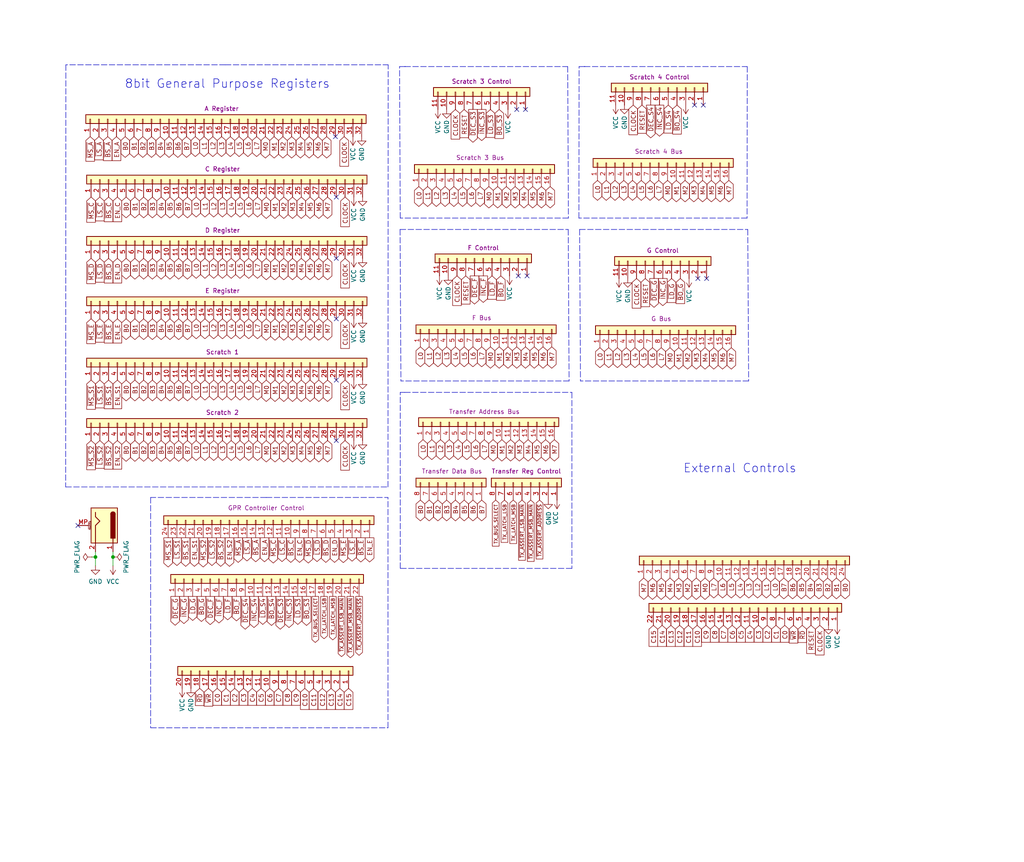
<source format=kicad_sch>
(kicad_sch (version 20211123) (generator eeschema)
  (paper "User" 297.002 250.012)
  (junction (at 32.766 161.544))
  (junction (at 27.686 161.544))
  (no_connect (at 202.3854 80.772))
  (no_connect (at 204.9254 80.772))
  (no_connect (at 149.86 31.75))
  (no_connect (at 22.606 152.4))
  (no_connect (at 152.4 31.75))
  (no_connect (at 203.962 30.48))
  (no_connect (at 201.422 30.48))
  (no_connect (at 152.8554 80.01))
  (no_connect (at 150.3154 80.01))
  (no_connect (at 97.536 92.456))
  (no_connect (at 97.536 110.236))
  (no_connect (at 97.536 74.93))
  (no_connect (at 97.282 39.624))
  (no_connect (at 97.536 57.15))
  (no_connect (at 97.536 127.762))
  (polyline (pts (xy 43.688 211.074) (xy 112.522 211.074)))
  (polyline (pts (xy 19.05 141.224) (xy 112.522 141.224)))
  (wire (pts (xy 32.766 164.084) (xy 32.766 161.544)))
  (polyline (pts (xy 168.0954 66.548) (xy 216.8634 66.548)))
  (polyline (pts (xy 116.078 164.846) (xy 116.078 113.792)))
  (polyline (pts (xy 216.662 63.246) (xy 167.894 63.246)))
  (polyline (pts (xy 117.4006 19.304) (xy 164.6446 19.304)))
  (polyline (pts (xy 169.4706 19.304) (xy 216.7146 19.304)))
  (polyline (pts (xy 77.216 144.272) (xy 112.522 144.272)))
  (polyline (pts (xy 77.216 144.272) (xy 43.688 144.272)))
  (polyline (pts (xy 217.1174 110.49) (xy 168.3494 110.49)))
  (polyline (pts (xy 19.1026 18.796) (xy 19.05 141.224)))
  (polyline (pts (xy 112.522 141.224) (xy 112.5746 18.796)))
  (polyline (pts (xy 116.078 113.792) (xy 117.348 113.792)))
  (polyline (pts (xy 164.846 63.246) (xy 116.078 63.246)))
  (wire (pts (xy 32.766 161.544) (xy 32.766 160.02)))
  (polyline (pts (xy 117.348 113.792) (xy 165.862 113.792)))
  (polyline (pts (xy 43.688 144.272) (xy 43.688 211.074)))
  (polyline (pts (xy 112.522 211.074) (xy 112.522 144.272)))
  (polyline (pts (xy 167.9466 19.304) (xy 169.7246 19.304)))
  (polyline (pts (xy 168.0954 66.548) (xy 168.3494 110.49)))
  (polyline (pts (xy 65.3306 18.796) (xy 19.1026 18.796)))
  (polyline (pts (xy 216.7146 19.304) (xy 216.662 63.246)))
  (polyline (pts (xy 165.862 113.792) (xy 165.862 164.846)))
  (polyline (pts (xy 216.8634 66.548) (xy 217.1174 110.49)))
  (polyline (pts (xy 165.862 164.846) (xy 116.078 164.846)))
  (polyline (pts (xy 65.3306 18.796) (xy 112.5746 18.796)))
  (polyline (pts (xy 164.7934 66.548) (xy 165.0474 110.49)))
  (wire (pts (xy 26.67 161.544) (xy 27.686 161.544)))
  (wire (pts (xy 27.686 160.02) (xy 27.686 161.544)))
  (polyline (pts (xy 164.6446 19.304) (xy 164.846 63.246)))
  (polyline (pts (xy 115.8766 19.304) (xy 117.6546 19.304)))
  (polyline (pts (xy 165.0474 110.49) (xy 116.2794 110.49)))
  (polyline (pts (xy 167.894 63.246) (xy 167.9466 19.304)))
  (polyline (pts (xy 116.0254 66.548) (xy 164.7934 66.548)))
  (wire (pts (xy 27.686 161.544) (xy 27.686 164.084)))
  (polyline (pts (xy 116.078 63.246) (xy 115.8766 19.304)))
  (polyline (pts (xy 116.0254 66.548) (xy 116.2794 110.49)))
  (text "External Controls" (at 198.12 137.414 0) (effects (font (size 2.5 2.5)) (justify left bottom)))
  (text "8bit General Purpose Registers" (at 36.1206 25.908 0) (effects (font (size 2.5 2.5)) (justify left bottom)))
  (global_label "C10" (shape input) (at 88.392 199.644 270) (property "Intersheet References" "${INTERSHEET_REFS}" (effects hide)))
  (global_label "M1" (shape tri_state) (at 201.93 167.64 270) (property "Intersheet References" "${INTERSHEET_REFS}" (effects hide)))
  (global_label "M3" (shape tri_state) (at 150.622 127.508 270) (property "Intersheet References" "${INTERSHEET_REFS}" (effects hide)))
  (global_label "L2" (shape tri_state) (at 61.976 110.236 270) (property "Intersheet References" "${INTERSHEET_REFS}" (effects hide)))
  (global_label "C2" (shape input) (at 222.504 181.356 270) (property "Intersheet References" "${INTERSHEET_REFS}" (effects hide)))
  (global_label "~{MS_D}" (shape input) (at 26.416 74.93 270) (property "Intersheet References" "${INTERSHEET_REFS}" (effects hide)))
  (global_label "M0" (shape tri_state) (at 194.31 100.838 270) (property "Intersheet References" "${INTERSHEET_REFS}" (effects hide)))
  (global_label "L5" (shape tri_state) (at 212.09 167.64 270) (property "Intersheet References" "${INTERSHEET_REFS}" (effects hide)))
  (global_label "M6" (shape tri_state) (at 158.242 127.508 270) (property "Intersheet References" "${INTERSHEET_REFS}" (effects hide)))
  (global_label "L5" (shape tri_state) (at 69.596 74.93 270) (property "Intersheet References" "${INTERSHEET_REFS}" (effects hide)))
  (global_label "M3" (shape tri_state) (at 84.836 110.236 270) (property "Intersheet References" "${INTERSHEET_REFS}" (effects hide)))
  (global_label "L0" (shape tri_state) (at 56.642 39.624 270) (property "Intersheet References" "${INTERSHEET_REFS}" (effects hide)))
  (global_label "L1" (shape tri_state) (at 59.436 127.762 270) (property "Intersheet References" "${INTERSHEET_REFS}" (effects hide)))
  (global_label "~{MS_A}" (shape input) (at 26.162 39.624 270) (property "Intersheet References" "${INTERSHEET_REFS}" (effects hide)))
  (global_label "B7" (shape tri_state) (at 54.356 110.236 270) (property "Intersheet References" "${INTERSHEET_REFS}" (effects hide)))
  (global_label "~{BS_D}" (shape input) (at 31.496 74.93 270) (property "Intersheet References" "${INTERSHEET_REFS}" (effects hide)))
  (global_label "C9" (shape input) (at 85.852 199.644 270) (property "Intersheet References" "${INTERSHEET_REFS}" (effects hide)))
  (global_label "EN_S1" (shape input) (at 34.036 110.236 270) (property "Intersheet References" "${INTERSHEET_REFS}" (effects hide)))
  (global_label "CLOCK" (shape input) (at 100.076 92.456 270) (property "Intersheet References" "${INTERSHEET_REFS}" (effects hide)))
  (global_label "M6" (shape tri_state) (at 92.202 39.624 270) (property "Intersheet References" "${INTERSHEET_REFS}" (effects hide)))
  (global_label "~{INC_F}" (shape output) (at 63.5 172.974 270) (property "Intersheet References" "${INTERSHEET_REFS}" (effects hide)))
  (global_label "L2" (shape tri_state) (at 219.71 167.64 270) (property "Intersheet References" "${INTERSHEET_REFS}" (effects hide)))
  (global_label "M0" (shape tri_state) (at 143.002 127.508 270) (property "Intersheet References" "${INTERSHEET_REFS}" (effects hide)))
  (global_label "L3" (shape tri_state) (at 129.54 100.584 270) (property "Intersheet References" "${INTERSHEET_REFS}" (effects hide)))
  (global_label "C1" (shape input) (at 225.044 181.356 270) (property "Intersheet References" "${INTERSHEET_REFS}" (effects hide)))
  (global_label "L7" (shape tri_state) (at 74.676 74.93 270) (property "Intersheet References" "${INTERSHEET_REFS}" (effects hide)))
  (global_label "B2" (shape tri_state) (at 41.656 74.93 270) (property "Intersheet References" "${INTERSHEET_REFS}" (effects hide)))
  (global_label "M1" (shape tri_state) (at 79.756 110.236 270) (property "Intersheet References" "${INTERSHEET_REFS}" (effects hide)))
  (global_label "~{LS_A}" (shape output) (at 71.628 155.956 270) (property "Intersheet References" "${INTERSHEET_REFS}" (effects hide)))
  (global_label "RESET" (shape input) (at 187.1454 80.772 270) (property "Intersheet References" "${INTERSHEET_REFS}" (effects hide)))
  (global_label "B2" (shape tri_state) (at 41.656 127.762 270) (property "Intersheet References" "${INTERSHEET_REFS}" (effects hide)))
  (global_label "~{DEC_F}" (shape output) (at 137.6154 80.01 270) (property "Intersheet References" "${INTERSHEET_REFS}" (effects hide)))
  (global_label "B1" (shape tri_state) (at 39.116 57.15 270) (property "Intersheet References" "${INTERSHEET_REFS}" (effects hide)))
  (global_label "B5" (shape tri_state) (at 49.276 92.456 270) (property "Intersheet References" "${INTERSHEET_REFS}" (effects hide)))
  (global_label "L7" (shape tri_state) (at 74.422 39.624 270) (property "Intersheet References" "${INTERSHEET_REFS}" (effects hide)))
  (global_label "M5" (shape tri_state) (at 89.916 127.762 270) (property "Intersheet References" "${INTERSHEET_REFS}" (effects hide)))
  (global_label "M3" (shape tri_state) (at 84.836 92.456 270) (property "Intersheet References" "${INTERSHEET_REFS}" (effects hide)))
  (global_label "M6" (shape tri_state) (at 208.8406 52.324 270) (property "Intersheet References" "${INTERSHEET_REFS}" (effects hide)))
  (global_label "EN_C" (shape input) (at 34.036 57.15 270) (property "Intersheet References" "${INTERSHEET_REFS}" (effects hide)))
  (global_label "L7" (shape tri_state) (at 74.676 127.762 270) (property "Intersheet References" "${INTERSHEET_REFS}" (effects hide)))
  (global_label "M4" (shape tri_state) (at 87.122 39.624 270) (property "Intersheet References" "${INTERSHEET_REFS}" (effects hide)))
  (global_label "~{LD_G}" (shape input) (at 194.7654 80.772 270) (property "Intersheet References" "${INTERSHEET_REFS}" (effects hide)))
  (global_label "~{MS_C}" (shape input) (at 26.416 57.15 270) (property "Intersheet References" "${INTERSHEET_REFS}" (effects hide)))
  (global_label "M6" (shape tri_state) (at 189.23 167.64 270) (property "Intersheet References" "${INTERSHEET_REFS}" (effects hide)))
  (global_label "~{DEC_G}" (shape output) (at 50.8 172.974 270) (property "Intersheet References" "${INTERSHEET_REFS}" (effects hide)))
  (global_label "~{MS_S1}" (shape output) (at 48.768 155.956 270) (property "Intersheet References" "${INTERSHEET_REFS}" (effects hide)))
  (global_label "L6" (shape tri_state) (at 137.16 100.584 270) (property "Intersheet References" "${INTERSHEET_REFS}" (effects hide)))
  (global_label "B0" (shape tri_state) (at 121.92 145.034 270) (property "Intersheet References" "${INTERSHEET_REFS}" (effects hide)))
  (global_label "~{LS_S2}" (shape output) (at 61.468 155.956 270) (property "Intersheet References" "${INTERSHEET_REFS}" (effects hide)))
  (global_label "TX_BUS_SELECT" (shape output) (at 91.44 172.974 270) (effects (font (size 0.9906 0.9906))) (property "Intersheet References" "${INTERSHEET_REFS}" (effects hide)))
  (global_label "L0" (shape tri_state) (at 56.896 127.762 270) (property "Intersheet References" "${INTERSHEET_REFS}" (effects hide)))
  (global_label "EN_D" (shape output) (at 97.028 155.956 270) (property "Intersheet References" "${INTERSHEET_REFS}" (effects hide)))
  (global_label "RESET" (shape input) (at 134.62 31.75 270) (property "Intersheet References" "${INTERSHEET_REFS}" (effects hide)))
  (global_label "~{INC_G}" (shape output) (at 53.34 172.974 270) (property "Intersheet References" "${INTERSHEET_REFS}" (effects hide)))
  (global_label "~{TX_ASSERT_ADDRESS}" (shape input) (at 156.464 145.034 270) (effects (font (size 0.9906 0.9906))) (property "Intersheet References" "${INTERSHEET_REFS}" (effects hide)))
  (global_label "L5" (shape tri_state) (at 69.342 39.624 270) (property "Intersheet References" "${INTERSHEET_REFS}" (effects hide)))
  (global_label "B3" (shape tri_state) (at 44.196 74.93 270) (property "Intersheet References" "${INTERSHEET_REFS}" (effects hide)))
  (global_label "M7" (shape tri_state) (at 186.69 167.64 270) (property "Intersheet References" "${INTERSHEET_REFS}" (effects hide)))
  (global_label "M3" (shape tri_state) (at 201.93 100.838 270) (property "Intersheet References" "${INTERSHEET_REFS}" (effects hide)))
  (global_label "~{WR}" (shape input) (at 60.452 199.644 270) (property "Intersheet References" "${INTERSHEET_REFS}" (effects hide)))
  (global_label "M0" (shape tri_state) (at 77.216 57.15 270) (property "Intersheet References" "${INTERSHEET_REFS}" (effects hide)))
  (global_label "~{TX_ASSERT_MSB_MAIN}" (shape input) (at 153.924 145.034 270) (effects (font (size 0.9906 0.9906))) (property "Intersheet References" "${INTERSHEET_REFS}" (effects hide)))
  (global_label "C6" (shape input) (at 212.344 181.356 270) (property "Intersheet References" "${INTERSHEET_REFS}" (effects hide)))
  (global_label "EN_C" (shape output) (at 86.868 155.956 270) (property "Intersheet References" "${INTERSHEET_REFS}" (effects hide)))
  (global_label "~{LD_S4}" (shape input) (at 193.802 30.48 270) (property "Intersheet References" "${INTERSHEET_REFS}" (effects hide)))
  (global_label "~{BS_S1}" (shape input) (at 31.496 110.236 270) (property "Intersheet References" "${INTERSHEET_REFS}" (effects hide)))
  (global_label "M2" (shape tri_state) (at 82.296 74.93 270) (property "Intersheet References" "${INTERSHEET_REFS}" (effects hide)))
  (global_label "~{MS_C}" (shape output) (at 79.248 155.956 270) (property "Intersheet References" "${INTERSHEET_REFS}" (effects hide)))
  (global_label "CLOCK" (shape input) (at 100.076 127.762 270) (property "Intersheet References" "${INTERSHEET_REFS}" (effects hide)))
  (global_label "B0" (shape tri_state) (at 36.576 110.236 270) (property "Intersheet References" "${INTERSHEET_REFS}" (effects hide)))
  (global_label "~{MS_S2}" (shape output) (at 58.928 155.956 270) (property "Intersheet References" "${INTERSHEET_REFS}" (effects hide)))
  (global_label "L0" (shape tri_state) (at 56.896 92.456 270) (property "Intersheet References" "${INTERSHEET_REFS}" (effects hide)))
  (global_label "M7" (shape tri_state) (at 160.02 100.584 270) (property "Intersheet References" "${INTERSHEET_REFS}" (effects hide)))
  (global_label "B1" (shape tri_state) (at 39.116 127.762 270) (property "Intersheet References" "${INTERSHEET_REFS}" (effects hide)))
  (global_label "L4" (shape tri_state) (at 132.842 127.508 270) (property "Intersheet References" "${INTERSHEET_REFS}" (effects hide)))
  (global_label "L5" (shape tri_state) (at 69.596 57.15 270) (property "Intersheet References" "${INTERSHEET_REFS}" (effects hide)))
  (global_label "~{INC_S4}" (shape output) (at 191.262 30.48 270) (property "Intersheet References" "${INTERSHEET_REFS}" (effects hide)))
  (global_label "L4" (shape tri_state) (at 66.802 39.624 270) (property "Intersheet References" "${INTERSHEET_REFS}" (effects hide)))
  (global_label "L1" (shape tri_state) (at 59.436 57.15 270) (property "Intersheet References" "${INTERSHEET_REFS}" (effects hide)))
  (global_label "EN_D" (shape input) (at 34.036 74.93 270) (property "Intersheet References" "${INTERSHEET_REFS}" (effects hide)))
  (global_label "B0" (shape tri_state) (at 36.322 39.624 270) (property "Intersheet References" "${INTERSHEET_REFS}" (effects hide)))
  (global_label "B0" (shape tri_state) (at 36.576 57.15 270) (property "Intersheet References" "${INTERSHEET_REFS}" (effects hide)))
  (global_label "M5" (shape tri_state) (at 206.3006 52.324 270) (property "Intersheet References" "${INTERSHEET_REFS}" (effects hide)))
  (global_label "M1" (shape tri_state) (at 145.542 127.508 270) (property "Intersheet References" "${INTERSHEET_REFS}" (effects hide)))
  (global_label "B7" (shape tri_state) (at 227.33 167.64 270) (property "Intersheet References" "${INTERSHEET_REFS}" (effects hide)))
  (global_label "RESET" (shape input) (at 186.182 30.48 270) (property "Intersheet References" "${INTERSHEET_REFS}" (effects hide)))
  (global_label "L6" (shape tri_state) (at 72.136 110.236 270) (property "Intersheet References" "${INTERSHEET_REFS}" (effects hide)))
  (global_label "L3" (shape tri_state) (at 129.0846 54.102 270) (property "Intersheet References" "${INTERSHEET_REFS}" (effects hide)))
  (global_label "~{BO_S4}" (shape output) (at 78.74 172.974 270) (property "Intersheet References" "${INTERSHEET_REFS}" (effects hide)))
  (global_label "~{TX_ASSERT_LSB_MAIN}" (shape output) (at 99.06 172.974 270) (effects (font (size 0.9906 0.9906))) (property "Intersheet References" "${INTERSHEET_REFS}" (effects hide)))
  (global_label "M5" (shape tri_state) (at 154.4846 54.102 270) (property "Intersheet References" "${INTERSHEET_REFS}" (effects hide)))
  (global_label "M4" (shape tri_state) (at 87.376 57.15 270) (property "Intersheet References" "${INTERSHEET_REFS}" (effects hide)))
  (global_label "M4" (shape tri_state) (at 87.376 74.93 270) (property "Intersheet References" "${INTERSHEET_REFS}" (effects hide)))
  (global_label "C14" (shape input) (at 192.024 181.356 270) (property "Intersheet References" "${INTERSHEET_REFS}" (effects hide)))
  (global_label "B6" (shape tri_state) (at 51.816 74.93 270) (property "Intersheet References" "${INTERSHEET_REFS}" (effects hide)))
  (global_label "L0" (shape tri_state) (at 56.896 74.93 270) (property "Intersheet References" "${INTERSHEET_REFS}" (effects hide)))
  (global_label "L2" (shape tri_state) (at 61.722 39.624 270) (property "Intersheet References" "${INTERSHEET_REFS}" (effects hide)))
  (global_label "L6" (shape tri_state) (at 137.922 127.508 270) (property "Intersheet References" "${INTERSHEET_REFS}" (effects hide)))
  (global_label "B7" (shape tri_state) (at 54.102 39.624 270) (property "Intersheet References" "${INTERSHEET_REFS}" (effects hide)))
  (global_label "M6" (shape tri_state) (at 92.456 74.93 270) (property "Intersheet References" "${INTERSHEET_REFS}" (effects hide)))
  (global_label "TX_LATCH_LSB" (shape output) (at 93.98 172.974 270) (effects (font (size 0.9906 0.9906))) (property "Intersheet References" "${INTERSHEET_REFS}" (effects hide)))
  (global_label "C14" (shape input) (at 98.552 199.644 270) (property "Intersheet References" "${INTERSHEET_REFS}" (effects hide)))
  (global_label "C6" (shape input) (at 78.232 199.644 270) (property "Intersheet References" "${INTERSHEET_REFS}" (effects hide)))
  (global_label "B3" (shape tri_state) (at 44.196 110.236 270) (property "Intersheet References" "${INTERSHEET_REFS}" (effects hide)))
  (global_label "L2" (shape tri_state) (at 179.07 100.838 270) (property "Intersheet References" "${INTERSHEET_REFS}" (effects hide)))
  (global_label "M4" (shape tri_state) (at 194.31 167.64 270) (property "Intersheet References" "${INTERSHEET_REFS}" (effects hide)))
  (global_label "~{MS_S1}" (shape input) (at 26.416 110.236 270) (property "Intersheet References" "${INTERSHEET_REFS}" (effects hide)))
  (global_label "EN_E" (shape output) (at 107.188 155.956 270) (property "Intersheet References" "${INTERSHEET_REFS}" (effects hide)))
  (global_label "~{LS_E}" (shape input) (at 28.956 92.456 270) (property "Intersheet References" "${INTERSHEET_REFS}" (effects hide)))
  (global_label "~{BS_A}" (shape input) (at 31.242 39.624 270) (property "Intersheet References" "${INTERSHEET_REFS}" (effects hide)))
  (global_label "L4" (shape tri_state) (at 183.4406 52.324 270) (property "Intersheet References" "${INTERSHEET_REFS}" (effects hide)))
  (global_label "CLOCK" (shape input) (at 132.5354 80.01 270) (property "Intersheet References" "${INTERSHEET_REFS}" (effects hide)))
  (global_label "M4" (shape tri_state) (at 152.4 100.584 270) (property "Intersheet References" "${INTERSHEET_REFS}" (effects hide)))
  (global_label "C5" (shape input) (at 214.884 181.356 270) (property "Intersheet References" "${INTERSHEET_REFS}" (effects hide)))
  (global_label "L3" (shape tri_state) (at 217.17 167.64 270) (property "Intersheet References" "${INTERSHEET_REFS}" (effects hide)))
  (global_label "B4" (shape tri_state) (at 46.736 110.236 270) (property "Intersheet References" "${INTERSHEET_REFS}" (effects hide)))
  (global_label "B2" (shape tri_state) (at 41.402 39.624 270) (property "Intersheet References" "${INTERSHEET_REFS}" (effects hide)))
  (global_label "C8" (shape input) (at 207.264 181.356 270) (property "Intersheet References" "${INTERSHEET_REFS}" (effects hide)))
  (global_label "B1" (shape tri_state) (at 39.116 92.456 270) (property "Intersheet References" "${INTERSHEET_REFS}" (effects hide)))
  (global_label "B4" (shape tri_state) (at 46.736 74.93 270) (property "Intersheet References" "${INTERSHEET_REFS}" (effects hide)))
  (global_label "L1" (shape tri_state) (at 59.182 39.624 270) (property "Intersheet References" "${INTERSHEET_REFS}" (effects hide)))
  (global_label "L0" (shape tri_state) (at 173.2806 52.324 270) (property "Intersheet References" "${INTERSHEET_REFS}" (effects hide)))
  (global_label "L2" (shape tri_state) (at 126.5446 54.102 270) (property "Intersheet References" "${INTERSHEET_REFS}" (effects hide)))
  (global_label "B4" (shape tri_state) (at 46.482 39.624 270) (property "Intersheet References" "${INTERSHEET_REFS}" (effects hide)))
  (global_label "B6" (shape tri_state) (at 51.816 57.15 270) (property "Intersheet References" "${INTERSHEET_REFS}" (effects hide)))
  (global_label "~{BS_S1}" (shape output) (at 53.848 155.956 270) (property "Intersheet References" "${INTERSHEET_REFS}" (effects hide)))
  (global_label "B0" (shape tri_state) (at 36.576 92.456 270) (property "Intersheet References" "${INTERSHEET_REFS}" (effects hide)))
  (global_label "C9" (shape input) (at 204.724 181.356 270) (property "Intersheet References" "${INTERSHEET_REFS}" (effects hide)))
  (global_label "B7" (shape tri_state) (at 54.356 92.456 270) (property "Intersheet References" "${INTERSHEET_REFS}" (effects hide)))
  (global_label "L0" (shape tri_state) (at 56.896 57.15 270) (property "Intersheet References" "${INTERSHEET_REFS}" (effects hide)))
  (global_label "L2" (shape tri_state) (at 178.3606 52.324 270) (property "Intersheet References" "${INTERSHEET_REFS}" (effects hide)))
  (global_label "M0" (shape tri_state) (at 76.962 39.624 270) (property "Intersheet References" "${INTERSHEET_REFS}" (effects hide)))
  (global_label "M2" (shape tri_state) (at 82.042 39.624 270) (property "Intersheet References" "${INTERSHEET_REFS}" (effects hide)))
  (global_label "B7" (shape tri_state) (at 54.356 74.93 270) (property "Intersheet References" "${INTERSHEET_REFS}" (effects hide)))
  (global_label "~{MS_A}" (shape output) (at 69.088 155.956 270) (property "Intersheet References" "${INTERSHEET_REFS}" (effects hide)))
  (global_label "C13" (shape input) (at 194.564 181.356 270) (property "Intersheet References" "${INTERSHEET_REFS}" (effects hide)))
  (global_label "L0" (shape tri_state) (at 122.682 127.508 270) (property "Intersheet References" "${INTERSHEET_REFS}" (effects hide)))
  (global_label "M1" (shape tri_state) (at 144.78 100.584 270) (property "Intersheet References" "${INTERSHEET_REFS}" (effects hide)))
  (global_label "B2" (shape tri_state) (at 41.656 57.15 270) (property "Intersheet References" "${INTERSHEET_REFS}" (effects hide)))
  (global_label "~{LS_S2}" (shape input) (at 28.956 127.762 270) (property "Intersheet References" "${INTERSHEET_REFS}" (effects hide)))
  (global_label "M4" (shape tri_state) (at 87.376 110.236 270) (property "Intersheet References" "${INTERSHEET_REFS}" (effects hide)))
  (global_label "B7" (shape tri_state) (at 54.356 127.762 270) (property "Intersheet References" "${INTERSHEET_REFS}" (effects hide)))
  (global_label "L7" (shape tri_state) (at 74.676 57.15 270) (property "Intersheet References" "${INTERSHEET_REFS}" (effects hide)))
  (global_label "C1" (shape input) (at 65.532 199.644 270) (property "Intersheet References" "${INTERSHEET_REFS}" (effects hide)))
  (global_label "L1" (shape tri_state) (at 125.222 127.508 270) (property "Intersheet References" "${INTERSHEET_REFS}" (effects hide)))
  (global_label "~{LD_F}" (shape output) (at 66.04 172.974 270) (property "Intersheet References" "${INTERSHEET_REFS}" (effects hide)))
  (global_label "EN_E" (shape input) (at 34.036 92.456 270) (property "Intersheet References" "${INTERSHEET_REFS}" (effects hide)))
  (global_label "TX_LATCH_MSB" (shape output) (at 96.52 172.974 270) (effects (font (size 0.9906 0.9906))) (property "Intersheet References" "${INTERSHEET_REFS}" (effects hide)))
  (global_label "~{LD_S3}" (shape output) (at 86.36 172.974 270) (property "Intersheet References" "${INTERSHEET_REFS}" (effects hide)))
  (global_label "~{BO_G}" (shape output) (at 58.42 172.974 270) (property "Intersheet References" "${INTERSHEET_REFS}" (effects hide)))
  (global_label "~{BO_F}" (shape output) (at 68.58 172.974 270) (property "Intersheet References" "${INTERSHEET_REFS}" (effects hide)))
  (global_label "~{MS_E}" (shape input) (at 26.416 92.456 270) (property "Intersheet References" "${INTERSHEET_REFS}" (effects hide)))
  (global_label "C2" (shape input) (at 68.072 199.644 270) (property "Intersheet References" "${INTERSHEET_REFS}" (effects hide)))
  (global_label "~{LS_A}" (shape input) (at 28.702 39.624 270) (property "Intersheet References" "${INTERSHEET_REFS}" (effects hide)))
  (global_label "CLOCK" (shape input) (at 100.076 110.236 270) (property "Intersheet References" "${INTERSHEET_REFS}" (effects hide)))
  (global_label "C3" (shape input) (at 70.612 199.644 270) (property "Intersheet References" "${INTERSHEET_REFS}" (effects hide)))
  (global_label "C15" (shape input) (at 189.484 181.356 270) (property "Intersheet References" "${INTERSHEET_REFS}" (effects hide)))
  (global_label "~{LS_S1}" (shape output) (at 51.308 155.956 270) (property "Intersheet References" "${INTERSHEET_REFS}" (effects hide)))
  (global_label "M7" (shape tri_state) (at 212.09 100.838 270) (property "Intersheet References" "${INTERSHEET_REFS}" (effects hide)))
  (global_label "M7" (shape tri_state) (at 94.996 110.236 270) (property "Intersheet References" "${INTERSHEET_REFS}" (effects hide)))
  (global_label "B6" (shape tri_state) (at 51.562 39.624 270) (property "Intersheet References" "${INTERSHEET_REFS}" (effects hide)))
  (global_label "C4" (shape input) (at 73.152 199.644 270) (property "Intersheet References" "${INTERSHEET_REFS}" (effects hide)))
  (global_label "~{DEC_F}" (shape output) (at 60.96 172.974 270) (property "Intersheet References" "${INTERSHEET_REFS}" (effects hide)))
  (global_label "M7" (shape tri_state) (at 94.996 57.15 270) (property "Intersheet References" "${INTERSHEET_REFS}" (effects hide)))
  (global_label "CLOCK" (shape input) (at 100.076 57.15 270) (property "Intersheet References" "${INTERSHEET_REFS}" (effects hide)))
  (global_label "M4" (shape tri_state) (at 87.376 127.762 270) (property "Intersheet References" "${INTERSHEET_REFS}" (effects hide)))
  (global_label "~{LD_G}" (shape output) (at 55.88 172.974 270) (property "Intersheet References" "${INTERSHEET_REFS}" (effects hide)))
  (global_label "~{INC_S3}" (shape output) (at 83.82 172.974 270) (property "Intersheet References" "${INTERSHEET_REFS}" (effects hide)))
  (global_label "L5" (shape tri_state) (at 69.596 92.456 270) (property "Intersheet References" "${INTERSHEET_REFS}" (effects hide)))
  (global_label "L1" (shape tri_state) (at 59.436 74.93 270) (property "Intersheet References" "${INTERSHEET_REFS}" (effects hide)))
  (global_label "B6" (shape tri_state) (at 51.816 110.236 270) (property "Intersheet References" "${INTERSHEET_REFS}" (effects hide)))
  (global_label "C7" (shape input) (at 209.804 181.356 270) (property "Intersheet References" "${INTERSHEET_REFS}" (effects hide)))
  (global_label "L4" (shape tri_state) (at 67.056 127.762 270) (property "Intersheet References" "${INTERSHEET_REFS}" (effects hide)))
  (global_label "L3" (shape tri_state) (at 64.262 39.624 270) (property "Intersheet References" "${INTERSHEET_REFS}" (effects hide)))
  (global_label "B3" (shape tri_state) (at 129.54 145.034 270) (property "Intersheet References" "${INTERSHEET_REFS}" (effects hide)))
  (global_label "M7" (shape tri_state) (at 211.3806 52.324 270) (property "Intersheet References" "${INTERSHEET_REFS}" (effects hide)))
  (global_label "L2" (shape tri_state) (at 61.976 92.456 270) (property "Intersheet References" "${INTERSHEET_REFS}" (effects hide)))
  (global_label "~{LS_E}" (shape output) (at 102.108 155.956 270) (property "Intersheet References" "${INTERSHEET_REFS}" (effects hide)))
  (global_label "M2" (shape tri_state) (at 82.296 110.236 270) (property "Intersheet References" "${INTERSHEET_REFS}" (effects hide)))
  (global_label "B3" (shape tri_state) (at 44.196 92.456 270) (property "Intersheet References" "${INTERSHEET_REFS}" (effects hide)))
  (global_label "L4" (shape tri_state) (at 131.6246 54.102 270) (property "Intersheet References" "${INTERSHEET_REFS}" (effects hide)))
  (global_label "RESET" (shape input) (at 235.204 181.356 270) (property "Intersheet References" "${INTERSHEET_REFS}" (effects hide)))
  (global_label "M3" (shape tri_state) (at 84.836 74.93 270) (property "Intersheet References" "${INTERSHEET_REFS}" (effects hide)))
  (global_label "L1" (shape tri_state) (at 222.25 167.64 270) (property "Intersheet References" "${INTERSHEET_REFS}" (effects hide)))
  (global_label "B3" (shape tri_state) (at 237.49 167.64 270) (property "Intersheet References" "${INTERSHEET_REFS}" (effects hide)))
  (global_label "M3" (shape tri_state) (at 201.2206 52.324 270) (property "Intersheet References" "${INTERSHEET_REFS}" (effects hide)))
  (global_label "M2" (shape tri_state) (at 198.6806 52.324 270) (property "Intersheet References" "${INTERSHEET_REFS}" (effects hide)))
  (global_label "~{DEC_S3}" (shape output) (at 137.16 31.75 270) (property "Intersheet References" "${INTERSHEET_REFS}" (effects hide)))
  (global_label "M0" (shape tri_state) (at 142.24 100.584 270) (property "Intersheet References" "${INTERSHEET_REFS}" (effects hide)))
  (global_label "B2" (shape tri_state) (at 127 145.034 270) (property "Intersheet References" "${INTERSHEET_REFS}" (effects hide)))
  (global_label "L3" (shape tri_state) (at 64.516 74.93 270) (property "Intersheet References" "${INTERSHEET_REFS}" (effects hide)))
  (global_label "C12" (shape input) (at 197.104 181.356 270) (property "Intersheet References" "${INTERSHEET_REFS}" (effects hide)))
  (global_label "M6" (shape tri_state) (at 157.0246 54.102 270) (property "Intersheet References" "${INTERSHEET_REFS}" (effects hide)))
  (global_label "M5" (shape tri_state) (at 191.77 167.64 270) (property "Intersheet References" "${INTERSHEET_REFS}" (effects hide)))
  (global_label "B4" (shape tri_state) (at 46.736 127.762 270) (property "Intersheet References" "${INTERSHEET_REFS}" (effects hide)))
  (global_label "B5" (shape tri_state) (at 49.022 39.624 270) (property "Intersheet References" "${INTERSHEET_REFS}" (effects hide)))
  (global_label "C10" (shape input) (at 202.184 181.356 270) (property "Intersheet References" "${INTERSHEET_REFS}" (effects hide)))
  (global_label "B2" (shape tri_state) (at 41.656 110.236 270) (property "Intersheet References" "${INTERSHEET_REFS}" (effects hide)))
  (global_label "L4" (shape tri_state) (at 184.15 100.838 270) (property "Intersheet References" "${INTERSHEET_REFS}" (effects hide)))
  (global_label "B2" (shape tri_state) (at 41.656 92.456 270) (property "Intersheet References" "${INTERSHEET_REFS}" (effects hide)))
  (global_label "C0" (shape input) (at 227.584 181.356 270) (property "Intersheet References" "${INTERSHEET_REFS}" (effects hide)))
  (global_label "EN_S2" (shape output) (at 66.548 155.956 270) (property "Intersheet References" "${INTERSHEET_REFS}" (effects hide)))
  (global_label "M1" (shape tri_state) (at 196.85 100.838 270) (property "Intersheet References" "${INTERSHEET_REFS}" (effects hide)))
  (global_label "M2" (shape tri_state) (at 199.39 100.838 270) (property "Intersheet References" "${INTERSHEET_REFS}" (effects hide)))
  (global_label "~{INC_S4}" (shape output) (at 73.66 172.974 270) (property "Intersheet References" "${INTERSHEET_REFS}" (effects hide)))
  (global_label "M3" (shape tri_state) (at 149.4046 54.102 270) (property "Intersheet References" "${INTERSHEET_REFS}" (effects hide)))
  (global_label "M2" (shape tri_state) (at 82.296 92.456 270) (property "Intersheet References" "${INTERSHEET_REFS}" (effects hide)))
  (global_label "B3" (shape tri_state) (at 44.196 127.762 270) (property "Intersheet References" "${INTERSHEET_REFS}" (effects hide)))
  (global_label "CLOCK" (shape input) (at 132.08 31.75 270) (property "Intersheet References" "${INTERSHEET_REFS}" (effects hide)))
  (global_label "L4" (shape tri_state) (at 67.056 57.15 270) (property "Intersheet References" "${INTERSHEET_REFS}" (effects hide)))
  (global_label "L0" (shape tri_state) (at 121.92 100.584 270) (property "Intersheet References" "${INTERSHEET_REFS}" (effects hide)))
  (global_label "~{BO_S4}" (shape input) (at 196.342 30.48 270) (property "Intersheet References" "${INTERSHEET_REFS}" (effects hide)))
  (global_label "L7" (shape tri_state) (at 139.2446 54.102 270) (property "Intersheet References" "${INTERSHEET_REFS}" (effects hide)))
  (global_label "L6" (shape tri_state) (at 71.882 39.624 270) (property "Intersheet References" "${INTERSHEET_REFS}" (effects hide)))
  (global_label "CLOCK" (shape input) (at 184.6054 80.772 270) (property "Intersheet References" "${INTERSHEET_REFS}" (effects hide)))
  (global_label "M6" (shape tri_state) (at 157.48 100.584 270) (property "Intersheet References" "${INTERSHEET_REFS}" (effects hide)))
  (global_label "~{INC_F}" (shape output) (at 140.1554 80.01 270) (property "Intersheet References" "${INTERSHEET_REFS}" (effects hide)))
  (global_label "M6" (shape tri_state) (at 92.456 110.236 270) (property "Intersheet References" "${INTERSHEET_REFS}" (effects hide)))
  (global_label "L5" (shape tri_state) (at 134.1646 54.102 270) (property "Intersheet References" "${INTERSHEET_REFS}" (effects hide)))
  (global_label "L3" (shape tri_state) (at 64.516 57.15 270) (property "Intersheet References" "${INTERSHEET_REFS}" (effects hide)))
  (global_label "CLOCK" (shape input) (at 100.076 74.93 270) (property "Intersheet References" "${INTERSHEET_REFS}" (effects hide)))
  (global_label "~{MS_D}" (shape output) (at 89.408 155.956 270) (property "Intersheet References" "${INTERSHEET_REFS}" (effects hide)))
  (global_label "~{BS_D}" (shape output) (at 94.488 155.956 270) (property "Intersheet References" "${INTERSHEET_REFS}" (effects hide)))
  (global_label "B5" (shape tri_state) (at 49.276 127.762 270) (property "Intersheet References" "${INTERSHEET_REFS}" (effects hide)))
  (global_label "M3" (shape tri_state) (at 84.582 39.624 270) (property "Intersheet References" "${INTERSHEET_REFS}" (effects hide)))
  (global_label "TX_LATCH_LSB" (shape input) (at 146.304 145.034 270) (effects (font (size 0.9906 0.9906))) (property "Intersheet References" "${INTERSHEET_REFS}" (effects hide)))
  (global_label "~{INC_G}" (shape output) (at 192.2254 80.772 270) (property "Intersheet References" "${INTERSHEET_REFS}" (effects hide)))
  (global_label "M3" (shape tri_state) (at 84.836 127.762 270) (property "Intersheet References" "${INTERSHEET_REFS}" (effects hide)))
  (global_label "M2" (shape tri_state) (at 146.8646 54.102 270) (property "Intersheet References" "${INTERSHEET_REFS}" (effects hide)))
  (global_label "B6" (shape tri_state) (at 137.16 145.034 270) (property "Intersheet References" "${INTERSHEET_REFS}" (effects hide)))
  (global_label "C13" (shape input) (at 96.012 199.644 270) (property "Intersheet References" "${INTERSHEET_REFS}" (effects hide)))
  (global_label "M6" (shape tri_state) (at 92.456 57.15 270) (property "Intersheet References" "${INTERSHEET_REFS}" (effects hide)))
  (global_label "M6" (shape tri_state) (at 92.456 92.456 270) (property "Intersheet References" "${INTERSHEET_REFS}" (effects hide)))
  (global_label "EN_S2" (shape input) (at 34.036 127.762 270) (property "Intersheet References" "${INTERSHEET_REFS}" (effects hide)))
  (global_label "L7" (shape tri_state) (at 191.77 100.838 270) (property "Intersheet References" "${INTERSHEET_REFS}" (effects hide)))
  (global_label "~{DEC_S4}" (shape output) (at 71.12 172.974 270) (property "Intersheet References" "${INTERSHEET_REFS}" (effects hide)))
  (global_label "C8" (shape input) (at 83.312 199.644 270) (property "Intersheet References" "${INTERSHEET_REFS}" (effects hide)))
  (global_label "B3" (shape tri_state) (at 44.196 57.15 270) (property "Intersheet References" "${INTERSHEET_REFS}" (effects hide)))
  (global_label "L0" (shape tri_state) (at 56.896 110.236 270) (property "Intersheet References" "${INTERSHEET_REFS}" (effects hide)))
  (global_label "~{LS_C}" (shape output) (at 81.788 155.956 270) (property "Intersheet References" "${INTERSHEET_REFS}" (effects hide)))
  (global_label "~{LD_F}" (shape input) (at 142.6954 80.01 270) (property "Intersheet References" "${INTERSHEET_REFS}" (effects hide)))
  (global_label "B4" (shape tri_state) (at 46.736 92.456 270) (property "Intersheet References" "${INTERSHEET_REFS}" (effects hide)))
  (global_label "~{BS_E}" (shape output) (at 104.648 155.956 270) (property "Intersheet References" "${INTERSHEET_REFS}" (effects hide)))
  (global_label "M1" (shape tri_state) (at 79.502 39.624 270) (property "Intersheet References" "${INTERSHEET_REFS}" (effects hide)))
  (global_label "L1" (shape tri_state) (at 59.436 110.236 270) (property "Intersheet References" "${INTERSHEET_REFS}" (effects hide)))
  (global_label "C4" (shape input) (at 217.424 181.356 270) (property "Intersheet References" "${INTERSHEET_REFS}" (effects hide)))
  (global_label "M4" (shape tri_state) (at 203.7606 52.324 270) (property "Intersheet References" "${INTERSHEET_REFS}" (effects hide)))
  (global_label "L5" (shape tri_state) (at 135.382 127.508 270) (property "Intersheet References" "${INTERSHEET_REFS}" (effects hide)))
  (global_label "B0" (shape tri_state) (at 36.576 74.93 270) (property "Intersheet References" "${INTERSHEET_REFS}" (effects hide)))
  (global_label "M5" (shape tri_state) (at 154.94 100.584 270) (property "Intersheet References" "${INTERSHEET_REFS}" (effects hide)))
  (global_label "M3" (shape tri_state) (at 149.86 100.584 270) (property "Intersheet References" "${INTERSHEET_REFS}" (effects hide)))
  (global_label "B4" (shape tri_state) (at 132.08 145.034 270) (property "Intersheet References" "${INTERSHEET_REFS}" (effects hide)))
  (global_label "B3" (shape tri_state) (at 43.942 39.624 270) (property "Intersheet References" "${INTERSHEET_REFS}" (effects hide)))
  (global_label "L6" (shape tri_state) (at 72.136 57.15 270) (property "Intersheet References" "${INTERSHEET_REFS}" (effects hide)))
  (global_label "M0" (shape tri_state) (at 141.7846 54.102 270) (property "Intersheet References" "${INTERSHEET_REFS}" (effects hide)))
  (global_label "L3" (shape tri_state) (at 180.9006 52.324 270) (property "Intersheet References" "${INTERSHEET_REFS}" (effects hide)))
  (global_label "L0" (shape tri_state) (at 173.99 100.838 270) (property "Intersheet References" "${INTERSHEET_REFS}" (effects hide)))
  (global_label "L6" (shape tri_state) (at 72.136 74.93 270) (property "Intersheet References" "${INTERSHEET_REFS}" (effects hide)))
  (global_label "~{BS_E}" (shape input) (at 31.496 92.456 270) (property "Intersheet References" "${INTERSHEET_REFS}" (effects hide)))
  (global_label "TX_LATCH_MSB" (shape input) (at 148.844 145.034 270) (effects (font (size 0.9906 0.9906))) (property "Intersheet References" "${INTERSHEET_REFS}" (effects hide)))
  (global_label "B1" (shape tri_state) (at 39.116 110.236 270) (property "Intersheet References" "${INTERSHEET_REFS}" (effects hide)))
  (global_label "C12" (shape input) (at 93.472 199.644 270) (property "Intersheet References" "${INTERSHEET_REFS}" (effects hide)))
  (global_label "B5" (shape tri_state) (at 134.62 145.034 270) (property "Intersheet References" "${INTERSHEET_REFS}" (effects hide)))
  (global_label "L2" (shape tri_state) (at 61.976 74.93 270) (property "Intersheet References" "${INTERSHEET_REFS}" (effects hide)))
  (global_label "L5" (shape tri_state) (at 185.9806 52.324 270) (property "Intersheet References" "${INTERSHEET_REFS}" (effects hide)))
  (global_label "~{BS_A}" (shape output) (at 74.168 155.956 270) (property "Intersheet References" "${INTERSHEET_REFS}" (effects hide)))
  (global_label "C3" (shape input) (at 219.964 181.356 270) (property "Intersheet References" "${INTERSHEET_REFS}" (effects hide)))
  (global_label "EN_A" (shape output) (at 76.708 155.956 270) (property "Intersheet References" "${INTERSHEET_REFS}" (effects hide)))
  (global_label "L7" (shape tri_state) (at 139.7 100.584 270) (property "Intersheet References" "${INTERSHEET_REFS}" (effects hide)))
  (global_label "B1" (shape tri_state) (at 38.862 39.624 270) (property "Intersheet References" "${INTERSHEET_REFS}" (effects hide)))
  (global_label "~{LS_S1}" (shape input) (at 28.956 110.236 270) (property "Intersheet References" "${INTERSHEET_REFS}" (effects hide)))
  (global_label "~{BS_S2}" (shape input) (at 31.496 127.762 270) (property "Intersheet References" "${INTERSHEET_REFS}" (effects hide)))
  (global_label "B5" (shape tri_state) (at 49.276 110.236 270) (property "Intersheet References" "${INTERSHEET_REFS}" (effects hide)))
  (global_label "~{DEC_G}" (shape output) (at 189.6854 80.772 270) (property "Intersheet References" "${INTERSHEET_REFS}" (effects hide)))
  (global_label "C0" (shape input) (at 62.992 199.644 270) (property "Intersheet References" "${INTERSHEET_REFS}" (effects hide)))
  (global_label "M2" (shape tri_state) (at 199.39 167.64 270) (property "Intersheet References" "${INTERSHEET_REFS}" (effects hide)))
  (global_label "L0" (shape tri_state) (at 121.4646 54.102 270) (property "Intersheet References" "${INTERSHEET_REFS}" (effects hide)))
  (global_label "~{LS_D}" (shape input) (at 28.956 74.93 270) (property "Intersheet References" "${INTERSHEET_REFS}" (effects hide)))
  (global_label "L3" (shape tri_state) (at 130.302 127.508 270) (property "Intersheet References" "${INTERSHEET_REFS}" (effects hide)))
  (global_label "L2" (shape tri_state) (at 127 100.584 270) (property "Intersheet References" "${INTERSHEET_REFS}" (effects hide)))
  (global_label "M1" (shape tri_state) (at 79.756 127.762 270) (property "Intersheet References" "${INTERSHEET_REFS}" (effects hide)))
  (global_label "M1" (shape tri_state) (at 144.3246 54.102 270) (property "Intersheet References" "${INTERSHEET_REFS}" (effects hide)))
  (global_label "M6" (shape tri_state) (at 209.55 100.838 270) (property "Intersheet References" "${INTERSHEET_REFS}" (effects hide)))
  (global_label "L2" (shape tri_state) (at 61.976 57.15 270) (property "Intersheet References" "${INTERSHEET_REFS}" (effects hide)))
  (global_label "L4" (shape tri_state) (at 67.056 110.236 270) (property "Intersheet References" "${INTERSHEET_REFS}" (effects hide)))
  (global_label "L1" (shape tri_state) (at 175.8206 52.324 270) (property "Intersheet References" "${INTERSHEET_REFS}" (effects hide)))
  (global_label "L1" (shape tri_state) (at 176.53 100.838 270) (property "Intersheet References" "${INTERSHEET_REFS}" (effects hide)))
  (global_label "M5" (shape tri_state) (at 155.702 127.508 270) (property "Intersheet References" "${INTERSHEET_REFS}" (effects hide)))
  (global_label "M1" (shape tri_state) (at 196.1406 52.324 270) (property "Intersheet References" "${INTERSHEET_REFS}" (effects hide)))
  (global_label "~{RD}" (shape input) (at 232.664 181.356 270) (property "Intersheet References" "${INTERSHEET_REFS}" (effects hide)))
  (global_label "L4" (shape tri_state) (at 67.056 74.93 270) (property "Intersheet References" "${INTERSHEET_REFS}" (effects hide)))
  (global_label "~{TX_ASSERT_LSB_MAIN}" (shape input) (at 151.384 145.034 270) (effects (font (size 0.9906 0.9906))) (property "Intersheet References" "${INTERSHEET_REFS}" (effects hide)))
  (global_label "M5" (shape tri_state) (at 89.916 110.236 270) (property "Intersheet References" "${INTERSHEET_REFS}" (effects hide)))
  (global_label "~{LS_D}" (shape output) (at 91.948 155.956 270) (property "Intersheet References" "${INTERSHEET_REFS}" (effects hide)))
  (global_label "B2" (shape tri_state) (at 240.03 167.64 270) (property "Intersheet References" "${INTERSHEET_REFS}" (effects hide)))
  (global_label "L3" (shape tri_state) (at 181.61 100.838 270) (property "Intersheet References" "${INTERSHEET_REFS}" (effects hide)))
  (global_label "C11" (shape input) (at 90.932 199.644 270) (property "Intersheet References" "${INTERSHEET_REFS}" (effects hide)))
  (global_label "M2" (shape tri_state) (at 82.296 127.762 270) (property "Intersheet References" "${INTERSHEET_REFS}" (effects hide)))
  (global_label "M1" (shape tri_state) (at 79.756 74.93 270) (property "Intersheet References" "${INTERSHEET_REFS}" (effects hide)))
  (global_label "L5" (shape tri_state) (at 69.596 110.236 270) (property "Intersheet References" "${INTERSHEET_REFS}" (effects hide)))
  (global_label "~{BS_C}" (shape input) (at 31.496 57.15 270) (property "Intersheet References" "${INTERSHEET_REFS}" (effects hide)))
  (global_label "~{BS_S2}" (shape output) (at 64.008 155.956 270) (property "Intersheet References" "${INTERSHEET_REFS}" (effects hide)))
  (global_label "M7" (shape tri_state) (at 94.996 74.93 270) (property "Intersheet References" "${INTERSHEET_REFS}" (effects hide)))
  (global_label "L1" (shape tri_state) (at 124.0046 54.102 270) (property "Intersheet References" "${INTERSHEET_REFS}" (effects hide)))
  (global_label "L6" (shape tri_state) (at 72.136 92.456 270) (property "Intersheet References" "${INTERSHEET_REFS}" (effects hide)))
  (global_label "M7" (shape tri_state) (at 94.742 39.624 270) (property "Intersheet References" "${INTERSHEET_REFS}" (effects hide)))
  (global_label "M3" (shape tri_state) (at 84.836 57.15 270) (property "Intersheet References" "${INTERSHEET_REFS}" (effects hide)))
  (global_label "L7" (shape tri_state) (at 140.462 127.508 270) (property "Intersheet References" "${INTERSHEET_REFS}" (effects hide)))
  (global_label "~{MS_E}" (shape output) (at 99.568 155.956 270) (property "Intersheet References" "${INTERSHEET_REFS}" (effects hide)))
  (global_label "~{DEC_S4}" (shape output) (at 188.722 30.48 270) (property "Intersheet References" "${INTERSHEET_REFS}" (effects hide)))
  (global_label "M5" (shape tri_state) (at 89.916 92.456 270) (property "Intersheet References" "${INTERSHEET_REFS}" (effects hide)))
  (global_label "B0" (shape tri_state) (at 36.576 127.762 270) (property "Intersheet References" "${INTERSHEET_REFS}" (effects hide)))
  (global_label "~{LD_S4}" (shape output) (at 76.2 172.974 270) (property "Intersheet References" "${INTERSHEET_REFS}" (effects hide)))
  (global_label "~{BO_S3}" (shape input) (at 144.78 31.75 270) (property "Intersheet References" "${INTERSHEET_REFS}" (effects hide)))
  (global_label "~{BO_G}" (shape input) (at 197.3054 80.772 270) (property "Intersheet References" "${INTERSHEET_REFS}" (effects hide)))
  (global_label "C5" (shape input) (at 75.692 199.644 270) (property "Intersheet References" "${INTERSHEET_REFS}" (effects hide)))
  (global_label "L7" (shape tri_state) (at 74.676 110.236 270) (property "Intersheet References" "${INTERSHEET_REFS}" (effects hide)))
  (global_label "CLOCK" (shape input) (at 237.744 181.356 270) (property "Intersheet References" "${INTERSHEET_REFS}" (effects hide)))
  (global_label "M7" (shape tri_state) (at 160.782 127.508 270) (property "Intersheet References" "${INTERSHEET_REFS}" (effects hide)))
  (global_label "M2" (shape tri_state) (at 147.32 100.584 270) (property "Intersheet References" "${INTERSHEET_REFS}" (effects hide)))
  (global_label "~{BO_F}" (shape input) (at 145.2354 80.01 270) (property "Intersheet References" "${INTERSHEET_REFS}" (effects hide)))
  (global_label "CLOCK" (shape input) (at 183.642 30.48 270) (property "Intersheet References" "${INTERSHEET_REFS}" (effects hide)))
  (global_label "TX_BUS_SELECT" (shape input) (at 143.764 145.034 270) (effects (font (size 0.9906 0.9906))) (property "Intersheet References" "${INTERSHEET_REFS}" (effects hide)))
  (global_label "B7" (shape tri_state) (at 139.7 145.034 270) (property "Intersheet References" "${INTERSHEET_REFS}" (effects hide)))
  (global_label "B6" (shape tri_state) (at 51.816 92.456 270) (property "Intersheet References" "${INTERSHEET_REFS}" (effects hide)))
  (global_label "L4" (shape tri_state) (at 67.056 92.456 270) (property "Intersheet References" "${INTERSHEET_REFS}" (effects hide)))
  (global_label "M6" (shape tri_state) (at 92.456 127.762 270) (property "Intersheet References" "${INTERSHEET_REFS}" (effects hide)))
  (global_label "C11" (shape input) (at 199.644 181.356 270) (property "Intersheet References" "${INTERSHEET_REFS}" (effects hide)))
  (global_label "L1" (shape tri_state) (at 124.46 100.584 270) (property "Intersheet References" "${INTERSHEET_REFS}" (effects hide)))
  (global_label "L4" (shape tri_state) (at 214.63 167.64 270) (property "Intersheet References" "${INTERSHEET_REFS}" (effects hide)))
  (global_label "M7" (shape tri_state) (at 94.996 92.456 270) (property "Intersheet References" "${INTERSHEET_REFS}" (effects hide)))
  (global_label "B1" (shape tri_state) (at 124.46 145.034 270) (property "Intersheet References" "${INTERSHEET_REFS}" (effects hide)))
  (global_label "L2" (shape tri_state) (at 127.762 127.508 270) (property "Intersheet References" "${INTERSHEET_REFS}" (effects hide)))
  (global_label "M0" (shape tri_state) (at 77.216 92.456 270) (property "Intersheet References" "${INTERSHEET_REFS}" (effects hide)))
  (global_label "M7" (shape tri_state) (at 94.996 127.762 270) (property "Intersheet References" "${INTERSHEET_REFS}" (effects hide)))
  (global_label "~{INC_S3}" (shape output) (at 139.7 31.75 270) (property "Intersheet References" "${INTERSHEET_REFS}" (effects hide)))
  (global_label "~{MS_S2}" (shape input) (at 26.416 127.762 270) (property "Intersheet References" "${INTERSHEET_REFS}" (effects hide)))
  (global_label "M0" (shape tri_state) (at 77.216 110.236 270) (property "Intersheet References" "${INTERSHEET_REFS}" (effects hide)))
  (global_label "B4" (shape tri_state) (at 234.95 167.64 270) (property "Intersheet References" "${INTERSHEET_REFS}" (effects hide)))
  (global_label "B1" (shape tri_state) (at 39.116 74.93 270) (property "Intersheet References" "${INTERSHEET_REFS}" (effects hide)))
  (global_label "L6" (shape tri_state) (at 189.23 100.838 270) (property "Intersheet References" "${INTERSHEET_REFS}" (effects hide)))
  (global_label "B6" (shape tri_state) (at 229.87 167.64 270) (property "Intersheet References" "${INTERSHEET_REFS}" (effects hide)))
  (global_label "M1" (shape tri_state) (at 79.756 57.15 270) (property "Intersheet References" "${INTERSHEET_REFS}" (effects hide)))
  (global_label "M2" (shape tri_state) (at 148.082 127.508 270) (property "Intersheet References" "${INTERSHEET_REFS}" (effects hide)))
  (global_label "B5" (shape tri_state) (at 49.276 74.93 270) (property "Intersheet References" "${INTERSHEET_REFS}" (effects hide)))
  (global_label "M7" (shape tri_state) (at 159.5646 54.102 270) (property "Intersheet References" "${INTERSHEET_REFS}" (effects hide)))
  (global_label "M4" (shape tri_state) (at 87.376 92.456 270) (property "Intersheet References" "${INTERSHEET_REFS}" (effects hide)))
  (global_label "M0" (shape tri_state) (at 77.216 127.762 270) (property "Intersheet References" "${INTERSHEET_REFS}" (effects hide)))
  (global_label "B7" (shape tri_state) (at 54.356 57.15 270) (property "Intersheet References" "${INTERSHEET_REFS}" (effects hide)))
  (global_label "B6" (shape tri_state) (at 51.816 127.762 270) (property "Intersheet References" "${INTERSHEET_REFS}" (effects hide)))
  (global_label "L4" (shape tri_state) (at 132.08 100.584 270) (property "Intersheet References" "${INTERSHEET_REFS}" (effects hide)))
  (global_label "M2" (shape tri_state) (at 82.296 57.15 270) (property "Intersheet References" "${INTERSHEET_REFS}" (effects hide)))
  (global_label "L7" (shape tri_state) (at 191.0606 52.324 270) (property "Intersheet References" "${INTERSHEET_REFS}" (effects hide)))
  (global_label "M1" (shape tri_state) (at 79.756 92.456 270) (property "Intersheet References" "${INTERSHEET_REFS}" (effects hide)))
  (global_label "M5" (shape tri_state) (at 89.916 57.15 270) (property "Intersheet References" "${INTERSHEET_REFS}" (effects hide)))
  (global_label "M5" (shape tri_state) (at 89.916 74.93 270) (property "Intersheet References" "${INTERSHEET_REFS}" (effects hide)))
  (global_label "~{WR}" (shape input) (at 230.124 181.356 270) (property "Intersheet References" "${INTERSHEET_REFS}" (effects hide)))
  (global_label "L6" (shape tri_state) (at 72.136 127.762 270) (property "Intersheet References" "${INTERSHEET_REFS}" (effects hide)))
  (global_label "L7" (shape tri_state) (at 207.01 167.64 270) (property "Intersheet References" "${INTERSHEET_REFS}" (effects hide)))
  (global_label "L7" (shape tri_state) (at 74.676 92.456 270) (property "Intersheet References" "${INTERSHEET_REFS}" (effects hide)))
  (global_label "L6" (shape tri_state) (at 136.7046 54.102 270) (property "Intersheet References" "${INTERSHEET_REFS}" (effects hide)))
  (global_label "L5" (shape tri_state) (at 134.62 100.584 270) (property "Intersheet References" "${INTERSHEET_REFS}" (effects hide)))
  (global_label "M4" (shape tri_state) (at 204.47 100.838 270) (property "Intersheet References" "${INTERSHEET_REFS}" (effects hide)))
  (global_label "L0" (shape tri_state) (at 224.79 167.64 270) (property "Intersheet References" "${INTERSHEET_REFS}" (effects hide)))
  (global_label "~{TX_ASSERT_MSB_MAIN}" (shape output) (at 101.6 172.974 270) (effects (font (size 0.9906 0.9906))) (property "Intersheet References" "${INTERSHEET_REFS}" (effects hide)))
  (global_label "M4" (shape tri_state) (at 153.162 127.508 270) (property "Intersheet References" "${INTERSHEET_REFS}" (effects hide)))
  (global_label "L3" (shape tri_state) (at 64.516 92.456 270) (property "Intersheet References" "${INTERSHEET_REFS}" (effects hide)))
  (global_label "L3" (shape tri_state) (at 64.516 127.762 270) (property "Intersheet References" "${INTERSHEET_REFS}" (effects hide)))
  (global_label "M4" (shape tri_state) (at 151.9446 54.102 270) (property "Intersheet References" "${INTERSHEET_REFS}" (effects hide)))
  (global_label "~{LD_S3}" (shape input) (at 142.24 31.75 270) (property "Intersheet References" "${INTERSHEET_REFS}" (effects hide)))
  (global_label "M0" (shape tri_state) (at 193.6006 52.324 270) (property "Intersheet References" "${INTERSHEET_REFS}" (effects hide)))
  (global_label "L2" (shape tri_state) (at 61.976 127.762 270) (property "Intersheet References" "${INTERSHEET_REFS}" (effects hide)))
  (global_label "EN_A" (shape input) (at 33.782 39.624 270) (property "Intersheet References" "${INTERSHEET_REFS}" (effects hide)))
  (global_label "L5" (shape tri_state) (at 69.596 127.762 270) (property "Intersheet References" "${INTERSHEET_REFS}" (effects hide)))
  (global_label "B5" (shape tri_state) (at 232.41 167.64 270) (property "Intersheet References" "${INTERSHEET_REFS}" (effects hide)))
  (global_label "~{RD}" (shape input) (at 57.912 199.644 270) (property "Intersheet References" "${INTERSHEET_REFS}" (effects hide)))
  (global_label "~{DEC_S3}" (shape output) (at 81.28 172.974 270) (property "Intersheet References" "${INTERSHEET_REFS}" (effects hide)))
  (global_label "~{LS_C}" (shape input) (at 28.956 57.15 270) (property "Intersheet References" "${INTERSHEET_REFS}" (effects hide)))
  (global_label "~{TX_ASSERT_ADDRESS}" (shape output) (at 104.14 172.974 270) (effects (font (size 0.9906 0.9906))) (property "Intersheet References" "${INTERSHEET_REFS}" (effects hide)))
  (global_label "B4" (shape tri_state) (at 46.736 57.15 270) (property "Intersheet References" "${INTERSHEET_REFS}" (effects hide)))
  (global_label "~{BO_S3}" (shape output) (at 88.9 172.974 270) (property "Intersheet References" "${INTERSHEET_REFS}" (effects hide)))
  (global_label "EN_S1" (shape output) (at 56.388 155.956 270) (property "Intersheet References" "${INTERSHEET_REFS}" (effects hide)))
  (global_label "~{BS_C}" (shape output) (at 84.328 155.956 270) (property "Intersheet References" "${INTERSHEET_REFS}" (effects hide)))
  (global_label "C7" (shape input) (at 80.772 199.644 270) (property "Intersheet References" "${INTERSHEET_REFS}" (effects hide)))
  (global_label "L5" (shape tri_state) (at 186.69 100.838 270) (property "Intersheet References" "${INTERSHEET_REFS}" (effects hide)))
  (global_label "C15" (shape input) (at 101.092 199.644 270) (property "Intersheet References" "${INTERSHEET_REFS}" (effects hide)))
  (global_label "RESET" (shape input) (at 135.0754 80.01 270) (property "Intersheet References" "${INTERSHEET_REFS}" (effects hide)))
  (global_label "L1" (shape tri_state) (at 59.436 92.456 270) (property "Intersheet References" "${INTERSHEET_REFS}" (effects hide)))
  (global_label "M5" (shape tri_state) (at 207.01 100.838 270) (property "Intersheet References" "${INTERSHEET_REFS}" (effects hide)))
  (global_label "B0" (shape tri_state) (at 245.11 167.64 270) (property "Intersheet References" "${INTERSHEET_REFS}" (effects hide)))
  (global_label "B5" (shape tri_state) (at 49.276 57.15 270) (property "Intersheet References" "${INTERSHEET_REFS}" (effects hide)))
  (global_label "L6" (shape tri_state) (at 188.5206 52.324 270) (property "Intersheet References" "${INTERSHEET_REFS}" (effects hide)))
  (global_label "B1" (shape tri_state) (at 242.57 167.64 270) (property "Intersheet References" "${INTERSHEET_REFS}" (effects hide)))
  (global_label "L6" (shape tri_state) (at 209.55 167.64 270) (property "Intersheet References" "${INTERSHEET_REFS}" (effects hide)))
  (global_label "M5" (shape tri_state) (at 89.662 39.624 270) (property "Intersheet References" "${INTERSHEET_REFS}" (effects hide)))
  (global_label "L3" (shape tri_state) (at 64.516 110.236 270) (property "Intersheet References" "${INTERSHEET_REFS}" (effects hide)))
  (global_label "M0" (shape tri_state) (at 204.47 167.64 270) (property "Intersheet References" "${INTERSHEET_REFS}" (effects hide)))
  (global_label "CLOCK" (shape input) (at 99.822 39.624 270) (property "Intersheet References" "${INTERSHEET_REFS}" (effects hide)))
  (global_label "M3" (shape tri_state) (at 196.85 167.64 270) (property "Intersheet References" "${INTERSHEET_REFS}" (effects hide)))
  (global_label "M0" (shape tri_state) (at 77.216 74.93 270) (property "Intersheet References" "${INTERSHEET_REFS}" (effects hide)))
  (symbol (lib_id "power:VCC") (at 102.616 74.93 180) (unit 1)
    (property "Reference" "#PWR0108" (effects hide))
    (property "Value" "VCC" (at 102.616 80.01 90))
  )
  (symbol (lib_id "power:GND") (at 105.156 92.456 0) (unit 1)
    (property "Reference" "#PWR0106" (effects hide))
    (property "Value" "GND" (at 105.156 97.536 90))
  )
  (symbol (lib_id "Connector_Generic:Conn_01x32") (at 64.516 105.156 90) (unit 1)
    (property "Reference" "J8" (effects hide))
    (property "Value" "Conn_01x32" (effects hide))
    (property "Footprint" "Connector_PinHeader_2.54mm:PinHeader_1x32_P2.54mm_Vertical" (effects hide))
    (property "Field4" "Scratch 1" (at 64.516 102.108 90))
  )
  (symbol (lib_id "power:VCC") (at 199.8454 80.772 180) (unit 1)
    (property "Reference" "#PWR0148" (effects hide))
    (property "Value" "VCC" (at 199.8454 85.852 90))
  )
  (symbol (lib_id "power:GND") (at 105.156 57.15 0) (unit 1)
    (property "Reference" "#PWR0102" (effects hide))
    (property "Value" "GND" (at 105.156 62.23 90))
  )
  (symbol (lib_id "power:VCC") (at 161.544 145.034 180) (unit 1)
    (property "Reference" "#PWR0128" (effects hide))
    (property "Value" "VCC" (at 161.163 148.2598 90) (effects (justify left)))
  )
  (symbol (lib_id "power:GND") (at 105.156 127.762 0) (unit 1)
    (property "Reference" "#PWR0115" (effects hide))
    (property "Value" "GND" (at 105.156 132.842 90))
  )
  (symbol (lib_id "power:VCC") (at 147.7754 80.01 180) (unit 1)
    (property "Reference" "#PWR0147" (effects hide))
    (property "Value" "VCC" (at 147.7754 85.09 90))
  )
  (symbol (lib_id "power:GND") (at 129.9954 80.01 0) (unit 1)
    (property "Reference" "#PWR0125" (effects hide))
    (property "Value" "GND" (at 129.9954 85.09 90))
  )
  (symbol (lib_id "power:VCC") (at 127.4554 80.01 180) (unit 1)
    (property "Reference" "#PWR0126" (effects hide))
    (property "Value" "VCC" (at 127.4554 85.09 90))
  )
  (symbol (lib_id "power:GND") (at 105.156 74.93 0) (unit 1)
    (property "Reference" "#PWR0107" (effects hide))
    (property "Value" "GND" (at 105.156 80.01 90))
  )
  (symbol (lib_id "power:VCC") (at 102.616 127.762 180) (unit 1)
    (property "Reference" "#PWR0116" (effects hide))
    (property "Value" "VCC" (at 102.616 132.842 90))
  )
  (symbol (lib_id "Connector_Generic:Conn_01x11") (at 140.1554 74.93 270) (mirror x) (unit 1)
    (property "Reference" "J18" (effects hide))
    (property "Value" "Conn_01x11" (effects hide))
    (property "Footprint" "Connector_PinHeader_2.54mm:PinHeader_1x11_P2.54mm_Vertical" (effects hide))
    (property "Field4" "F Control" (at 140.1554 71.882 90))
  )
  (symbol (lib_id "power:VCC") (at 147.32 31.75 180) (unit 1)
    (property "Reference" "#PWR0131" (effects hide))
    (property "Value" "VCC" (at 147.32 36.83 90))
  )
  (symbol (lib_id "Connector:Barrel_Jack_MountingPin") (at 30.226 152.4 270) (unit 1)
    (property "Reference" "J31" (effects hide))
    (property "Value" "Barrel_Jack_MountingPin" (effects hide))
    (property "Footprint" "Connector_BarrelJack:BarrelJack_Horizontal" (effects hide))
  )
  (symbol (lib_id "power:VCC") (at 178.562 30.48 180) (unit 1)
    (property "Reference" "#PWR0122" (effects hide))
    (property "Value" "VCC" (at 178.562 35.56 90))
  )
  (symbol (lib_id "Connector_Generic:Conn_01x22") (at 217.424 176.276 270) (mirror x) (unit 1)
    (property "Reference" "J1" (effects hide))
    (property "Value" "Conn_01x22" (effects hide))
    (property "Footprint" "Connector_PinHeader_2.54mm:PinHeader_1x22_P2.54mm_Horizontal" (effects hide))
  )
  (symbol (lib_id "Connector_Generic:Conn_01x08") (at 153.924 139.954 270) (mirror x) (unit 1)
    (property "Reference" "J25" (effects hide))
    (property "Value" "Conn_01x08" (effects hide))
    (property "Footprint" "Connector_PinHeader_2.54mm:PinHeader_1x08_P2.54mm_Vertical" (effects hide))
    (property "Field4" "Transfer Reg Control" (at 152.654 136.652 90))
  )
  (symbol (lib_id "Connector_Generic:Conn_01x11") (at 192.2254 75.692 270) (mirror x) (unit 1)
    (property "Reference" "J21" (effects hide))
    (property "Value" "Conn_01x11" (effects hide))
    (property "Footprint" "Connector_PinHeader_2.54mm:PinHeader_1x11_P2.54mm_Vertical" (effects hide))
    (property "Field4" "G Control" (at 192.2254 72.644 90))
  )
  (symbol (lib_id "power:VCC") (at 102.616 57.15 180) (unit 1)
    (property "Reference" "#PWR0101" (effects hide))
    (property "Value" "VCC" (at 102.616 62.23 90))
  )
  (symbol (lib_id "Connector_Generic:Conn_01x32") (at 64.516 52.07 90) (unit 1)
    (property "Reference" "J5" (effects hide))
    (property "Value" "Conn_01x32" (effects hide))
    (property "Footprint" "Connector_PinHeader_2.54mm:PinHeader_1x32_P2.54mm_Vertical" (effects hide))
    (property "Field4" "C Register" (at 64.516 49.022 90))
  )
  (symbol (lib_id "Connector_Generic:Conn_01x20") (at 78.232 194.564 270) (mirror x) (unit 1)
    (property "Reference" "J2" (effects hide))
    (property "Value" "Conn_01x20" (effects hide))
    (property "Footprint" "Connector_PinHeader_2.54mm:PinHeader_1x20_P2.54mm_Vertical" (effects hide))
  )
  (symbol (lib_id "power:GND") (at 129.54 31.75 0) (unit 1)
    (property "Reference" "#PWR0109" (effects hide))
    (property "Value" "GND" (at 129.54 36.83 90))
  )
  (symbol (lib_id "Connector_Generic:Conn_01x32") (at 64.516 122.682 90) (unit 1)
    (property "Reference" "J9" (effects hide))
    (property "Value" "Conn_01x32" (effects hide))
    (property "Footprint" "Connector_PinHeader_2.54mm:PinHeader_1x32_P2.54mm_Vertical" (effects hide))
    (property "Field4" "Scratch 2" (at 64.516 119.634 90))
  )
  (symbol (lib_id "Connector_Generic:Conn_01x16") (at 139.2446 49.022 90) (unit 1)
    (property "Reference" "J11" (effects hide))
    (property "Value" "Conn_01x16" (effects hide))
    (property "Footprint" "Connector_PinHeader_2.54mm:PinHeader_1x16_P2.54mm_Vertical" (effects hide))
    (property "Field4" "Scratch 3 Bus" (at 139.2446 45.72 90))
  )
  (symbol (lib_id "Connector_Generic:Conn_01x16") (at 139.7 95.504 90) (unit 1)
    (property "Reference" "J17" (effects hide))
    (property "Value" "Conn_01x16" (effects hide))
    (property "Footprint" "Connector_PinHeader_2.54mm:PinHeader_1x16_P2.54mm_Vertical" (effects hide))
    (property "Field4" "F Bus" (at 139.7 92.202 90))
  )
  (symbol (lib_id "Connector_Generic:Conn_01x11") (at 191.262 25.4 270) (mirror x) (unit 1)
    (property "Reference" "J15" (effects hide))
    (property "Value" "Conn_01x11" (effects hide))
    (property "Footprint" "Connector_PinHeader_2.54mm:PinHeader_1x11_P2.54mm_Vertical" (effects hide))
    (property "Field4" "Scratch 4 Control" (at 191.262 22.352 90))
  )
  (symbol (lib_id "Connector_Generic:Conn_01x16") (at 140.462 122.428 90) (unit 1)
    (property "Reference" "J24" (effects hide))
    (property "Value" "Conn_01x16" (effects hide))
    (property "Footprint" "Connector_PinHeader_2.54mm:PinHeader_1x16_P2.54mm_Vertical" (effects hide))
    (property "Field4" "Transfer Address Bus" (at 140.462 119.38 90))
  )
  (symbol (lib_id "power:GND") (at 55.372 199.644 0) (mirror y) (unit 1)
    (property "Reference" "#PWR0112" (effects hide))
    (property "Value" "GND" (at 55.372 204.47 90))
  )
  (symbol (lib_id "power:GND") (at 159.004 145.034 0) (unit 1)
    (property "Reference" "#PWR0127" (effects hide))
    (property "Value" "GND" (at 159.131 148.2852 90) (effects (justify right)))
  )
  (symbol (lib_id "power:PWR_FLAG") (at 32.766 161.544 270) (unit 1)
    (property "Reference" "#FLG0102" (effects hide))
    (property "Value" "PWR_FLAG" (at 36.576 156.718 0) (effects (justify left)))
  )
  (symbol (lib_id "Connector_Generic:Conn_01x11") (at 139.7 26.67 270) (mirror x) (unit 1)
    (property "Reference" "J10" (effects hide))
    (property "Value" "Conn_01x11" (effects hide))
    (property "Footprint" "Connector_PinHeader_2.54mm:PinHeader_1x11_P2.54mm_Vertical" (effects hide))
    (property "Field4" "Scratch 3 Control" (at 139.7 23.622 90))
  )
  (symbol (lib_id "power:VCC") (at 179.5254 80.772 180) (unit 1)
    (property "Reference" "#PWR0124" (effects hide))
    (property "Value" "VCC" (at 179.5254 85.852 90))
  )
  (symbol (lib_id "power:VCC") (at 52.832 199.644 0) (mirror x) (unit 1)
    (property "Reference" "#PWR0113" (effects hide))
    (property "Value" "VCC" (at 52.832 204.47 90))
  )
  (symbol (lib_id "power:VCC") (at 102.616 92.456 180) (unit 1)
    (property "Reference" "#PWR0105" (effects hide))
    (property "Value" "VCC" (at 102.616 97.536 90))
  )
  (symbol (lib_id "Connector_Generic:Conn_01x22") (at 76.2 167.894 90) (unit 1)
    (property "Reference" "J28" (effects hide))
    (property "Value" "Conn_01x22" (effects hide))
    (property "Footprint" "Connector_PinHeader_2.54mm:PinHeader_1x22_P2.54mm_Vertical" (effects hide))
  )
  (symbol (lib_id "power:GND") (at 105.156 110.236 0) (unit 1)
    (property "Reference" "#PWR0118" (effects hide))
    (property "Value" "GND" (at 105.156 115.316 90))
  )
  (symbol (lib_id "Connector_Generic:Conn_01x24") (at 79.248 150.876 270) (mirror x) (unit 1)
    (property "Reference" "J29" (effects hide))
    (property "Value" "Conn_01x24" (effects hide))
    (property "Footprint" "Connector_PinHeader_2.54mm:PinHeader_1x24_P2.54mm_Vertical" (effects hide))
    (property "Field4" "GPR Controller Control" (at 77.216 147.32 90))
  )
  (symbol (lib_id "power:GND") (at 104.902 39.624 0) (unit 1)
    (property "Reference" "#PWR0104" (effects hide))
    (property "Value" "GND" (at 104.902 44.704 90))
  )
  (symbol (lib_id "Connector_Generic:Conn_01x32") (at 64.516 69.85 90) (unit 1)
    (property "Reference" "J6" (effects hide))
    (property "Value" "Conn_01x32" (effects hide))
    (property "Footprint" "Connector_PinHeader_2.54mm:PinHeader_1x32_P2.54mm_Vertical" (effects hide))
    (property "Field4" "D Register" (at 64.516 66.802 90))
  )
  (symbol (lib_id "power:GND") (at 240.284 181.356 0) (unit 1)
    (property "Reference" "#PWR0111" (effects hide))
    (property "Value" "GND" (at 240.284 186.182 90))
  )
  (symbol (lib_id "power:VCC") (at 198.882 30.48 180) (unit 1)
    (property "Reference" "#PWR0149" (effects hide))
    (property "Value" "VCC" (at 198.882 35.56 90))
  )
  (symbol (lib_id "Connector_Generic:Conn_01x16") (at 191.0606 47.244 90) (unit 1)
    (property "Reference" "J13" (effects hide))
    (property "Value" "Conn_01x16" (effects hide))
    (property "Footprint" "Connector_PinHeader_2.54mm:PinHeader_1x16_P2.54mm_Vertical" (effects hide))
    (property "Field4" "Scratch 4 Bus" (at 191.0606 43.942 90))
  )
  (symbol (lib_id "power:GND") (at 182.0654 80.772 0) (unit 1)
    (property "Reference" "#PWR0123" (effects hide))
    (property "Value" "GND" (at 182.0654 85.852 90))
  )
  (symbol (lib_id "power:GND") (at 27.686 164.084 0) (unit 1)
    (property "Reference" "#PWR0114" (effects hide))
    (property "Value" "GND" (at 27.686 168.656 0))
  )
  (symbol (lib_id "power:VCC") (at 102.362 39.624 180) (unit 1)
    (property "Reference" "#PWR0103" (effects hide))
    (property "Value" "VCC" (at 102.362 44.704 90))
  )
  (symbol (lib_id "power:VCC") (at 127 31.75 180) (unit 1)
    (property "Reference" "#PWR0120" (effects hide))
    (property "Value" "VCC" (at 127 36.83 90))
  )
  (symbol (lib_id "Connector_Generic:Conn_01x24") (at 214.63 162.56 90) (unit 1)
    (property "Reference" "J4" (effects hide))
    (property "Value" "Conn_01x24" (effects hide))
    (property "Footprint" "Connector_PinHeader_2.54mm:PinHeader_1x24_P2.54mm_Horizontal" (effects hide))
  )
  (symbol (lib_id "Connector_Generic:Conn_01x08") (at 132.08 139.954 270) (mirror x) (unit 1)
    (property "Reference" "J22" (effects hide))
    (property "Value" "Conn_01x08" (effects hide))
    (property "Footprint" "Connector_PinHeader_2.54mm:PinHeader_1x08_P2.54mm_Vertical" (effects hide))
    (property "Field4" "Transfer Data Bus" (at 131.064 136.652 90))
  )
  (symbol (lib_id "Connector_Generic:Conn_01x32") (at 64.262 34.544 90) (unit 1)
    (property "Reference" "J3" (effects hide))
    (property "Value" "Conn_01x32" (effects hide))
    (property "Footprint" "Connector_PinHeader_2.54mm:PinHeader_1x32_P2.54mm_Vertical" (effects hide))
    (property "Field4" "A Register" (at 64.262 31.496 90))
  )
  (symbol (lib_id "power:VCC") (at 102.616 110.236 180) (unit 1)
    (property "Reference" "#PWR0117" (effects hide))
    (property "Value" "VCC" (at 102.616 115.316 90))
  )
  (symbol (lib_id "power:GND") (at 181.102 30.48 0) (unit 1)
    (property "Reference" "#PWR0121" (effects hide))
    (property "Value" "GND" (at 181.102 35.56 90))
  )
  (symbol (lib_id "power:VCC") (at 32.766 164.084 180) (unit 1)
    (property "Reference" "#PWR0129" (effects hide))
    (property "Value" "VCC" (at 32.766 168.656 0))
  )
  (symbol (lib_id "power:VCC") (at 242.824 181.356 180) (unit 1)
    (property "Reference" "#PWR0110" (effects hide))
    (property "Value" "VCC" (at 242.824 186.182 90))
  )
  (symbol (lib_id "Connector_Generic:Conn_01x32") (at 64.516 87.376 90) (unit 1)
    (property "Reference" "J7" (effects hide))
    (property "Value" "Conn_01x32" (effects hide))
    (property "Footprint" "Connector_PinHeader_2.54mm:PinHeader_1x32_P2.54mm_Vertical" (effects hide))
    (property "Field4" "E Register" (at 64.516 84.328 90))
  )
  (symbol (lib_id "power:PWR_FLAG") (at 26.67 161.544 90) (unit 1)
    (property "Reference" "#FLG0101" (effects hide))
    (property "Value" "PWR_FLAG" (at 22.352 161.544 0))
  )
  (symbol (lib_id "Connector_Generic:Conn_01x16") (at 191.77 95.758 90) (unit 1)
    (property "Reference" "J20" (effects hide))
    (property "Value" "Conn_01x16" (effects hide))
    (property "Footprint" "Connector_PinHeader_2.54mm:PinHeader_1x16_P2.54mm_Vertical" (effects hide))
    (property "Field4" "G Bus" (at 191.77 92.456 90))
  )
)
</source>
